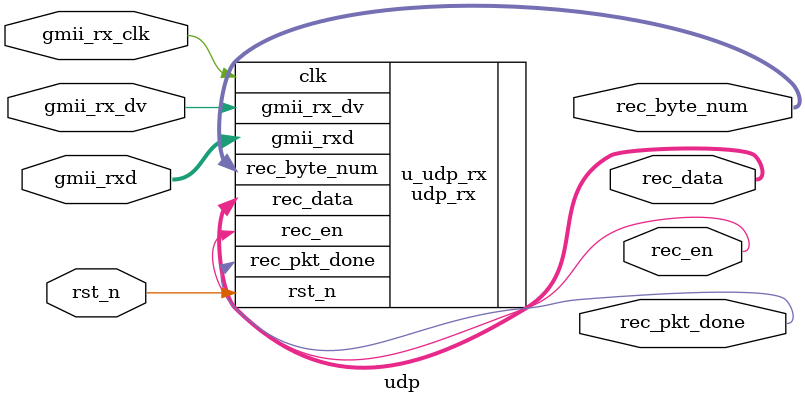
<source format=v>
`timescale  1ns/1ns

module udp(
    input                rst_n       , //¸´Î»ÐÅºÅ£¬µÍµçÆ½ÓÐÐ§
    //GMII½Ó¿Ú
    input                gmii_rx_clk , //GMII½ÓÊÕÊý¾ÝÊ±ÖÓ
    input                gmii_rx_dv  , //GMIIÊäÈëÊý¾ÝÓÐÐ§ÐÅºÅ
    input        [7:0]   gmii_rxd    , //GMIIÊäÈëÊý¾Ý
    //ÓÃ»§½Ó¿Ú
    output               rec_pkt_done, //ÒÔÌ«Íøµ¥°üÊý¾Ý½ÓÊÕÍê³ÉÐÅºÅ
    output               rec_en      , //ÒÔÌ«Íø½ÓÊÕµÄÊý¾ÝÊ¹ÄÜÐÅºÅ
    output       [31:0]  rec_data    , //ÒÔÌ«Íø½ÓÊÕµÄÊý¾Ý
    output       [15:0]  rec_byte_num  //ÒÔÌ«Íø½ÓÊÕµÄÓÐÐ§×Ö½ÚÊý µ¥Î»:byte
    );

//parameter define
//¿ª·¢°åMACµØÖ·
parameter BOARD_MAC = 48'hff_ff_ff_ff_ff_ff;   //×îÖÕ¾ßÌåµÄMACµØÖ·ºÍIPµØÖ·ÓÉ¶¥²ã´«Èë£¬ÕâÀïÖ»ÐèÒª¶¨Òå¾ÍºÃ
//¿ª·¢°åIPµØÖ·
parameter BOARD_IP  = {8'd0,8'd0,8'd0,8'd0};
//Ä¿µÄMACµØÖ·
parameter  DES_MAC  = 48'hff_ff_ff_ff_ff_ff;
//Ä¿µÄIPµØÖ·
parameter  DES_IP   = {8'd0,8'd0,8'd0,8'd0};

//*****************************************************
//**                    main code
//*****************************************************


//ÒÔÌ«Íø½ÓÊÕÄ£¿é
udp_rx
   #(
    .BOARD_MAC       (BOARD_MAC),         //²ÎÊýÀý»¯
    .BOARD_IP        (BOARD_IP )
    )
   u_udp_rx(
    .clk             (gmii_rx_clk ),
    .rst_n           (rst_n       ),
    .gmii_rx_dv      (gmii_rx_dv  ),
    .gmii_rxd        (gmii_rxd    ),
    .rec_pkt_done    (rec_pkt_done),
    .rec_en          (rec_en      ),
    .rec_data        (rec_data    ),
    .rec_byte_num    (rec_byte_num)
    );

endmodule
</source>
